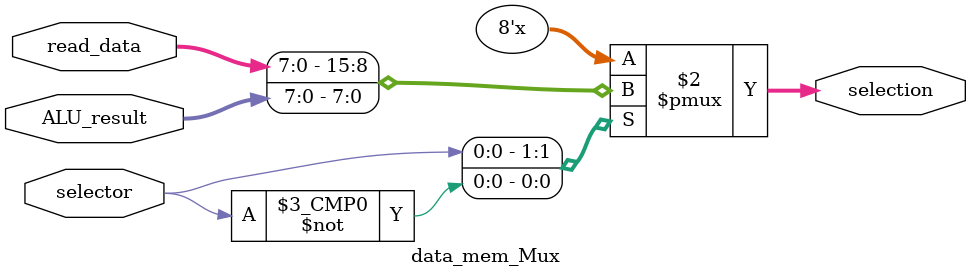
<source format=v>
`timescale 1ns / 1ps


module data_mem_Mux(
    input [7:0] ALU_result,
    input [7:0] read_data,
    input selector,
    output reg [7:0] selection
    );
    always @(*)
        begin
            case(selector)
                1'b1: selection = read_data; 
                1'b0: selection = ALU_result; 
            endcase 
        end
endmodule

</source>
